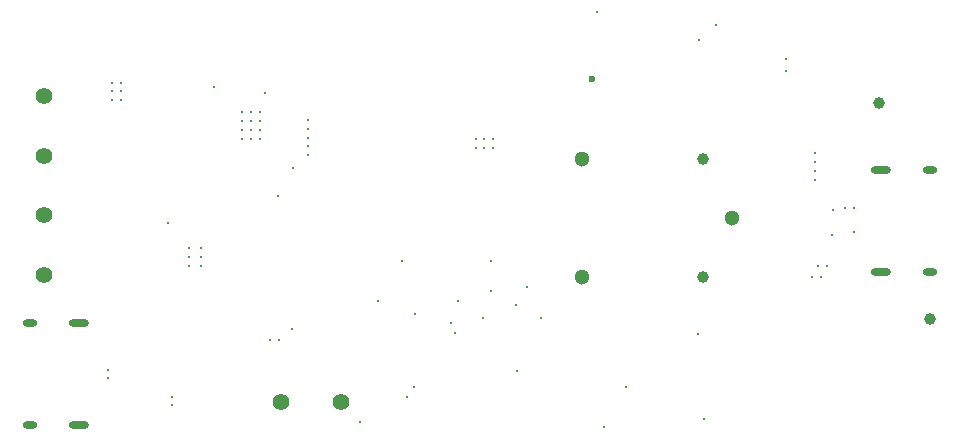
<source format=gbr>
%TF.GenerationSoftware,Altium Limited,Altium Designer,23.11.1 (41)*%
G04 Layer_Color=0*
%FSLAX26Y26*%
%MOIN*%
%TF.SameCoordinates,0B4E2714-AAF7-4A90-8E72-ED1F183F2DA5*%
%TF.FilePolarity,Positive*%
%TF.FileFunction,Plated,1,2,PTH,Drill*%
%TF.Part,CustomerPanel*%
G01*
G75*
%TA.AperFunction,ComponentDrill*%
%ADD139O,0.047244X0.027559*%
%ADD140O,0.066929X0.027559*%
%ADD141O,0.066929X0.027559*%
%ADD142O,0.047244X0.027559*%
%ADD143C,0.055000*%
%ADD144C,0.055118*%
%ADD145C,0.055118*%
%ADD146C,0.055000*%
%ADD147C,0.051181*%
%ADD148C,0.039370*%
%ADD149C,0.039370*%
%TA.AperFunction,ViaDrill,NotFilled*%
%ADD150C,0.011811*%
%ADD151C,0.023622*%
D139*
X3112204Y1313779D02*
D03*
X111213Y463748D02*
D03*
Y803905D02*
D03*
D140*
X2947637Y1313779D02*
D03*
X275780Y463748D02*
D03*
Y803905D02*
D03*
D141*
X2947637Y973622D02*
D03*
D142*
X3112204D02*
D03*
D143*
X949055Y543307D02*
D03*
D144*
X1149055Y543307D02*
D03*
D145*
X159449Y1360236D02*
D03*
Y966535D02*
D03*
D146*
Y1560236D02*
D03*
Y1166535D02*
D03*
D147*
X1952756Y956693D02*
D03*
Y1350394D02*
D03*
X2452756Y1153543D02*
D03*
D148*
X2354331Y956693D02*
D03*
Y1350394D02*
D03*
X2942913Y1537402D02*
D03*
D149*
X3112205Y818898D02*
D03*
D150*
X984968Y783669D02*
D03*
X939748Y748669D02*
D03*
X910940Y749142D02*
D03*
X2098425Y592520D02*
D03*
X2357968Y485795D02*
D03*
X2024968Y457669D02*
D03*
X1271654Y877953D02*
D03*
X583969Y532111D02*
D03*
Y559669D02*
D03*
X372969Y648228D02*
D03*
X2827372Y1188885D02*
D03*
X372969Y620669D02*
D03*
X2857198Y1189885D02*
D03*
X2856968Y1108669D02*
D03*
X1212001Y474521D02*
D03*
X939571Y1226862D02*
D03*
X818898Y1507874D02*
D03*
Y1478347D02*
D03*
Y1448819D02*
D03*
Y1419291D02*
D03*
X848425D02*
D03*
Y1448819D02*
D03*
Y1478347D02*
D03*
Y1507874D02*
D03*
X877953Y1419291D02*
D03*
Y1448819D02*
D03*
Y1478347D02*
D03*
Y1507874D02*
D03*
X2767716Y996063D02*
D03*
X2738189D02*
D03*
X2718504Y956693D02*
D03*
X2748032D02*
D03*
X1367968Y558598D02*
D03*
X2786968Y1181669D02*
D03*
X2785968Y1096669D02*
D03*
X2728347Y1370079D02*
D03*
Y1340551D02*
D03*
Y1311024D02*
D03*
Y1281496D02*
D03*
X2000000Y1842520D02*
D03*
X2397968Y1799669D02*
D03*
X2629921Y1645669D02*
D03*
Y1685040D02*
D03*
X2336968Y768669D02*
D03*
X2339968Y1749669D02*
D03*
X1734968Y645228D02*
D03*
X1394968Y835598D02*
D03*
X1392968Y592598D02*
D03*
X1528723Y772598D02*
D03*
X1515968Y805598D02*
D03*
X1537402Y877953D02*
D03*
X1619968Y821598D02*
D03*
X1596457Y1419291D02*
D03*
X1655512D02*
D03*
X1625984D02*
D03*
X1596457Y1389764D02*
D03*
X1655512D02*
D03*
X1625984D02*
D03*
X641732Y1055118D02*
D03*
Y996063D02*
D03*
Y1025591D02*
D03*
X681102Y1055118D02*
D03*
Y996063D02*
D03*
Y1025591D02*
D03*
X385827Y1606299D02*
D03*
Y1547244D02*
D03*
Y1576772D02*
D03*
X415354Y1606299D02*
D03*
Y1547244D02*
D03*
Y1576772D02*
D03*
X1813968Y820598D02*
D03*
X1768968Y923598D02*
D03*
X1351968Y1012598D02*
D03*
X1731968Y866598D02*
D03*
X1648695Y1011598D02*
D03*
X1648968Y910598D02*
D03*
X988968Y1322425D02*
D03*
X570968Y1137425D02*
D03*
X1038535Y1393583D02*
D03*
Y1452638D02*
D03*
Y1423110D02*
D03*
Y1364055D02*
D03*
X726323Y1590276D02*
D03*
X1038535Y1482165D02*
D03*
X895323Y1570276D02*
D03*
D151*
X1984968Y1618669D02*
D03*
%TF.MD5,aecdc0bf8334ea07c39fc34b3bb08cb8*%
M02*

</source>
